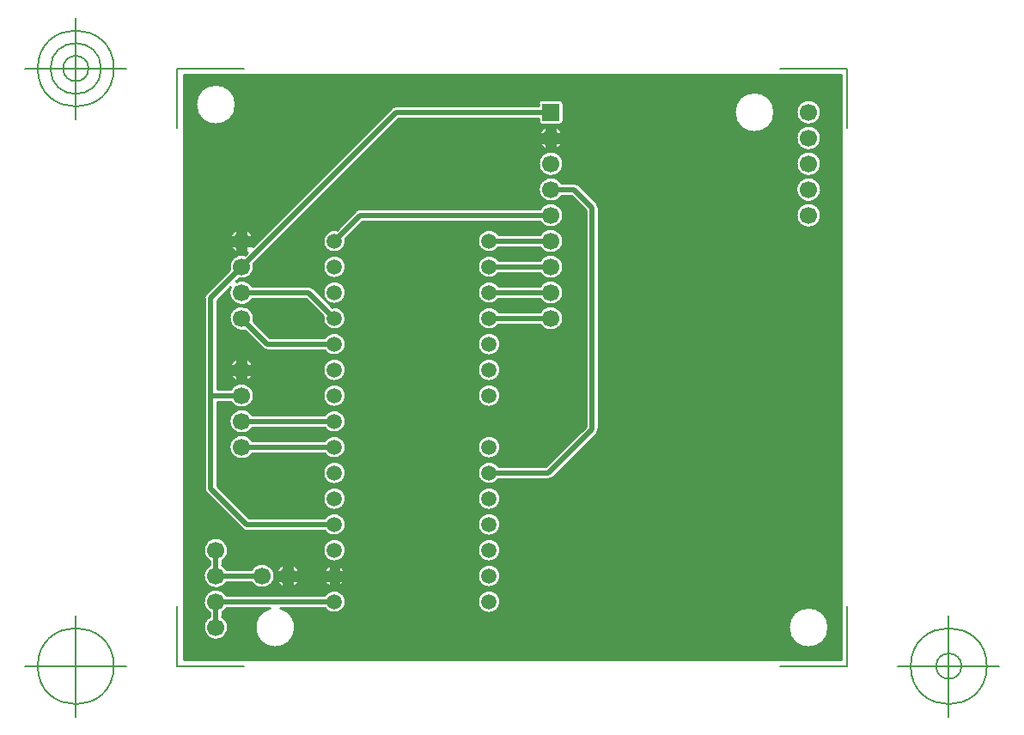
<source format=gbr>
G04 Generated by Ultiboard 14.2 *
%FSLAX34Y34*%
%MOMM*%

%ADD10C,0.0001*%
%ADD11C,0.2540*%
%ADD12C,0.5080*%
%ADD13C,0.1270*%
%ADD14C,1.7000*%
%ADD15C,1.5000*%
%ADD16R,1.7000X1.7000*%


G04 ColorRGB 00FF00 for the following layer *
%LNCopper Top*%
%LPD*%
G54D10*
G36*
X651492Y580372D02*
X651492Y580372D01*
X651492Y3828D01*
X3828Y3828D01*
X3828Y580372D01*
X651492Y580372D01*
D02*
G37*
%LPC*%
G36*
X628356Y476172D02*
G75*
D01*
G03X628356Y476172I-8596J-8812*
G01*
D02*
G37*
G36*
X72916Y394092D02*
X72916Y394092D01*
X216003Y537179D01*
X353432Y537179D01*
X353432Y535060D01*
G75*
D01*
G03X357260Y531232I3828J0*
G01*
X357260Y531232D01*
X374260Y531232D01*
G75*
D01*
G03X378088Y535060I0J3828*
G01*
X378088Y535060D01*
X378088Y552060D01*
G74*
D01*
G03X374260Y555888I3828J0*
G01*
X374260Y555888D01*
X357260Y555888D01*
G75*
D01*
G03X353432Y552060I0J-3828*
G01*
X353432Y552060D01*
X353432Y549941D01*
X213360Y549941D01*
G75*
D01*
G03X208848Y548072I0J-6381*
G01*
X208848Y548072D01*
X208848Y548072D01*
X72101Y411325D01*
G74*
D01*
G03X72470Y412195I11141J5235*
G01*
X72470Y412195D01*
X65325Y412195D01*
X65325Y405050D01*
G74*
D01*
G03X66195Y405419I4365J11510*
G01*
X66195Y405419D01*
X63892Y403116D01*
G75*
D01*
G03X49004Y388228I-2932J-11956*
G01*
X49004Y388228D01*
X25968Y365192D01*
X25968Y365192D01*
G74*
D01*
G03X24099Y360680I4512J4512*
G01*
X24099Y360680D01*
X24099Y172732D01*
G75*
D01*
G03X25968Y168208I6381J-12*
G01*
X25968Y168208D01*
X61528Y132648D01*
G74*
D01*
G03X64011Y131111I4512J4512*
G01*
G75*
D01*
G03X66040Y130779I2029J6049*
G01*
X66040Y130779D01*
X143062Y130779D01*
G75*
D01*
G03X143062Y143541I9338J6381*
G01*
X143062Y143541D01*
X68683Y143541D01*
X36861Y175363D01*
X36861Y257779D01*
X50433Y257779D01*
G75*
D01*
G03X50433Y270541I10527J6381*
G01*
X50433Y270541D01*
X36861Y270541D01*
X36861Y358037D01*
X49819Y370995D01*
G75*
D01*
G03X71487Y359379I11141J-5235*
G01*
X71487Y359379D01*
X124357Y359379D01*
X141285Y342451D01*
G75*
D01*
G03X150309Y351475I11115J-2091*
G01*
X150309Y351475D01*
X131519Y370265D01*
G74*
D01*
G03X127000Y372141I4519J4505*
G01*
X127000Y372141D01*
X71487Y372141D01*
G75*
D01*
G03X55725Y376901I-10527J-6381*
G01*
X55725Y376901D01*
X58028Y379204D01*
G75*
D01*
G03X72916Y394092I2932J11956*
G01*
D02*
G37*
G36*
X412781Y231140D02*
X412781Y231140D01*
X412781Y449580D01*
G74*
D01*
G03X410905Y454099I6381J0*
G01*
X410905Y454099D01*
X393139Y471865D01*
G74*
D01*
G03X389204Y473714I4519J4505*
G01*
G75*
D01*
G03X388616Y473741I-584J-6354*
G01*
X388616Y473741D01*
X376287Y473741D01*
G75*
D01*
G03X376287Y460979I-10527J-6381*
G01*
X376287Y460979D01*
X385977Y460979D01*
X400019Y446937D01*
X400019Y233783D01*
X360577Y194341D01*
X314138Y194341D01*
G75*
D01*
G03X314138Y181579I-9338J-6381*
G01*
X314138Y181579D01*
X363220Y181579D01*
G74*
D01*
G03X367739Y183455I0J6381*
G01*
X367739Y183455D01*
X410905Y226621D01*
G75*
D01*
G03X412781Y231140I-4505J4519*
G01*
D02*
G37*
G36*
X177800Y448341D02*
G75*
D01*
G03X176935Y448282I0J-6381*
G01*
G74*
D01*
G03X173288Y446472I865J6322*
G01*
X173288Y446472D01*
X154491Y427675D01*
G75*
D01*
G03X163515Y418651I-2091J-11115*
G01*
X163515Y418651D01*
X180443Y435579D01*
X355233Y435579D01*
G75*
D01*
G03X355233Y448341I10527J6381*
G01*
X355233Y448341D01*
X177800Y448341D01*
D02*
G37*
G36*
X293790Y236172D02*
G75*
D01*
G03X293790Y236172I11010J2588*
G01*
D02*
G37*
G36*
X71487Y232379D02*
X71487Y232379D01*
X143062Y232379D01*
G75*
D01*
G03X143062Y245141I9338J6381*
G01*
X143062Y245141D01*
X71487Y245141D01*
G75*
D01*
G03X71487Y232379I-10527J-6381*
G01*
D02*
G37*
G36*
X607450Y492760D02*
G75*
D01*
G03X607450Y492760I12310J0*
G01*
D02*
G37*
G36*
X607450Y518160D02*
G75*
D01*
G03X607450Y518160I12310J0*
G01*
D02*
G37*
G36*
X546610Y543560D02*
G75*
D01*
G03X546610Y543560I19810J0*
G01*
D02*
G37*
G36*
X607450Y543560D02*
G75*
D01*
G03X607450Y543560I12310J0*
G01*
D02*
G37*
G36*
X15750Y551180D02*
G75*
D01*
G03X15750Y551180I19810J0*
G01*
D02*
G37*
G36*
X353450Y492760D02*
G75*
D01*
G03X353450Y492760I12310J0*
G01*
D02*
G37*
G36*
X361395Y506650D02*
X361395Y506650D01*
X361395Y513795D01*
X354250Y513795D01*
G74*
D01*
G03X361395Y506650I11510J4365*
G01*
D02*
G37*
G36*
X360760Y518160D02*
G75*
D01*
G03X360760Y518160I5000J0*
G01*
D02*
G37*
G36*
X377270Y513795D02*
X377270Y513795D01*
X370125Y513795D01*
X370125Y506650D01*
G74*
D01*
G03X377270Y513795I4365J11510*
G01*
D02*
G37*
G36*
X354250Y522525D02*
X354250Y522525D01*
X361395Y522525D01*
X361395Y529670D01*
G74*
D01*
G03X354250Y522525I4365J11510*
G01*
D02*
G37*
G36*
X370125Y529670D02*
X370125Y529670D01*
X370125Y522525D01*
X377270Y522525D01*
G74*
D01*
G03X370125Y529670I11510J4365*
G01*
D02*
G37*
G36*
X55960Y416560D02*
G75*
D01*
G03X55960Y416560I5000J0*
G01*
D02*
G37*
G36*
X56595Y405050D02*
X56595Y405050D01*
X56595Y412195D01*
X49450Y412195D01*
G74*
D01*
G03X56595Y405050I11510J4365*
G01*
D02*
G37*
G36*
X49450Y420925D02*
X49450Y420925D01*
X56595Y420925D01*
X56595Y428070D01*
G74*
D01*
G03X49450Y420925I4365J11510*
G01*
D02*
G37*
G36*
X65325Y428070D02*
X65325Y428070D01*
X65325Y420925D01*
X72470Y420925D01*
G74*
D01*
G03X65325Y428070I11510J4365*
G01*
D02*
G37*
G36*
X293490Y264160D02*
G75*
D01*
G03X293490Y264160I11310J0*
G01*
D02*
G37*
G36*
X293490Y289560D02*
G75*
D01*
G03X293490Y289560I11310J0*
G01*
D02*
G37*
G36*
X293490Y314960D02*
G75*
D01*
G03X293490Y314960I11310J0*
G01*
D02*
G37*
G36*
X355233Y346741D02*
X355233Y346741D01*
X314138Y346741D01*
G75*
D01*
G03X314138Y333979I-9338J-6381*
G01*
X314138Y333979D01*
X355233Y333979D01*
G75*
D01*
G03X355233Y346741I10527J6381*
G01*
D02*
G37*
G36*
X355233Y372141D02*
X355233Y372141D01*
X314138Y372141D01*
G75*
D01*
G03X314138Y359379I-9338J-6381*
G01*
X314138Y359379D01*
X355233Y359379D01*
G75*
D01*
G03X355233Y372141I10527J6381*
G01*
D02*
G37*
G36*
X355233Y397541D02*
X355233Y397541D01*
X314138Y397541D01*
G75*
D01*
G03X314138Y384779I-9338J-6381*
G01*
X314138Y384779D01*
X355233Y384779D01*
G75*
D01*
G03X355233Y397541I10527J6381*
G01*
D02*
G37*
G36*
X355233Y422941D02*
X355233Y422941D01*
X314138Y422941D01*
G75*
D01*
G03X314138Y410179I-9338J-6381*
G01*
X314138Y410179D01*
X355233Y410179D01*
G75*
D01*
G03X355233Y422941I10527J6381*
G01*
D02*
G37*
G36*
X599950Y35560D02*
G75*
D01*
G03X599950Y35560I19810J0*
G01*
D02*
G37*
G36*
X607450Y441960D02*
G75*
D01*
G03X607450Y441960I12310J0*
G01*
D02*
G37*
G36*
X141090Y365760D02*
G75*
D01*
G03X141090Y365760I11310J0*
G01*
D02*
G37*
G36*
X141090Y264160D02*
G75*
D01*
G03X141090Y264160I11310J0*
G01*
D02*
G37*
G36*
X56595Y278050D02*
X56595Y278050D01*
X56595Y285195D01*
X49450Y285195D01*
G74*
D01*
G03X56595Y278050I11510J4365*
G01*
D02*
G37*
G36*
X72470Y285195D02*
X72470Y285195D01*
X65325Y285195D01*
X65325Y278050D01*
G74*
D01*
G03X72470Y285195I4365J11510*
G01*
D02*
G37*
G36*
X141090Y289560D02*
G75*
D01*
G03X141090Y289560I11310J0*
G01*
D02*
G37*
G36*
X49450Y293925D02*
X49450Y293925D01*
X56595Y293925D01*
X56595Y301070D01*
G74*
D01*
G03X49450Y293925I4365J11510*
G01*
D02*
G37*
G36*
X55960Y289560D02*
G75*
D01*
G03X55960Y289560I5000J0*
G01*
D02*
G37*
G36*
X65325Y301070D02*
X65325Y301070D01*
X65325Y293925D01*
X72470Y293925D01*
G74*
D01*
G03X65325Y301070I11510J4365*
G01*
D02*
G37*
G36*
X72916Y337428D02*
G75*
D01*
G03X63892Y328404I-11956J2932*
G01*
X63892Y328404D01*
X81848Y310448D01*
G75*
D01*
G03X86368Y308579I4512J4512*
G01*
X86368Y308579D01*
X143062Y308579D01*
G75*
D01*
G03X143062Y321341I9338J6381*
G01*
X143062Y321341D01*
X89003Y321341D01*
X72916Y337428D01*
D02*
G37*
G36*
X141090Y391160D02*
G75*
D01*
G03X141090Y391160I11310J0*
G01*
D02*
G37*
G36*
X41941Y46087D02*
X41941Y46087D01*
X41941Y50433D01*
G74*
D01*
G03X46087Y54579I6381J10527*
G01*
X46087Y54579D01*
X88439Y54579D01*
G75*
D01*
G03X99521Y54579I5541J-19019*
G01*
X99521Y54579D01*
X143062Y54579D01*
G75*
D01*
G03X143062Y67341I9338J6381*
G01*
X143062Y67341D01*
X46087Y67341D01*
G75*
D01*
G03X29179Y50433I-10527J-6381*
G01*
X29179Y50433D01*
X29179Y46087D01*
G75*
D01*
G03X41941Y46087I6381J-10527*
G01*
D02*
G37*
G36*
X29179Y101233D02*
X29179Y101233D01*
X29179Y96887D01*
G75*
D01*
G03X46087Y79979I6381J-10527*
G01*
X46087Y79979D01*
X70753Y79979D01*
G75*
D01*
G03X70753Y92741I10527J6381*
G01*
X70753Y92741D01*
X46087Y92741D01*
G74*
D01*
G03X41941Y96887I10527J6381*
G01*
X41941Y96887D01*
X41941Y101233D01*
G75*
D01*
G03X29179Y101233I-6381J10527*
G01*
D02*
G37*
G36*
X102315Y74850D02*
X102315Y74850D01*
X102315Y81995D01*
X95170Y81995D01*
G74*
D01*
G03X102315Y74850I11510J4365*
G01*
D02*
G37*
G36*
X118190Y81995D02*
X118190Y81995D01*
X111045Y81995D01*
X111045Y74850D01*
G74*
D01*
G03X118190Y81995I4365J11510*
G01*
D02*
G37*
G36*
X162975Y82349D02*
X162975Y82349D01*
X156411Y82349D01*
X156411Y75785D01*
G74*
D01*
G03X162975Y82349I4011J10575*
G01*
D02*
G37*
G36*
X148389Y75785D02*
X148389Y75785D01*
X148389Y82349D01*
X141825Y82349D01*
G74*
D01*
G03X148389Y75785I10575J4011*
G01*
D02*
G37*
G36*
X95170Y90725D02*
X95170Y90725D01*
X102315Y90725D01*
X102315Y97870D01*
G74*
D01*
G03X95170Y90725I4365J11510*
G01*
D02*
G37*
G36*
X111045Y97870D02*
X111045Y97870D01*
X111045Y90725D01*
X118190Y90725D01*
G74*
D01*
G03X111045Y97870I11510J4365*
G01*
D02*
G37*
G36*
X101680Y86360D02*
G75*
D01*
G03X101680Y86360I5000J0*
G01*
D02*
G37*
G36*
X156411Y96935D02*
X156411Y96935D01*
X156411Y90371D01*
X162975Y90371D01*
G74*
D01*
G03X156411Y96935I10575J4011*
G01*
D02*
G37*
G36*
X141825Y90371D02*
X141825Y90371D01*
X148389Y90371D01*
X148389Y96935D01*
G74*
D01*
G03X141825Y90371I4011J10575*
G01*
D02*
G37*
G36*
X147400Y86360D02*
G75*
D01*
G03X147400Y86360I5000J0*
G01*
D02*
G37*
G36*
X141090Y111760D02*
G75*
D01*
G03X141090Y111760I11310J0*
G01*
D02*
G37*
G36*
X141090Y162560D02*
G75*
D01*
G03X141090Y162560I11310J0*
G01*
D02*
G37*
G36*
X141090Y187960D02*
G75*
D01*
G03X141090Y187960I11310J0*
G01*
D02*
G37*
G36*
X143062Y219741D02*
X143062Y219741D01*
X71487Y219741D01*
G75*
D01*
G03X71487Y206979I-10527J-6381*
G01*
X71487Y206979D01*
X143062Y206979D01*
G75*
D01*
G03X143062Y219741I9338J6381*
G01*
D02*
G37*
G36*
X293490Y60960D02*
G75*
D01*
G03X293490Y60960I11310J0*
G01*
D02*
G37*
G36*
X293490Y86360D02*
G75*
D01*
G03X293490Y86360I11310J0*
G01*
D02*
G37*
G36*
X293490Y111760D02*
G75*
D01*
G03X293490Y111760I11310J0*
G01*
D02*
G37*
G36*
X293490Y137160D02*
G75*
D01*
G03X293490Y137160I11310J0*
G01*
D02*
G37*
G36*
X293490Y162560D02*
G75*
D01*
G03X293490Y162560I11310J0*
G01*
D02*
G37*
G36*
X293490Y213360D02*
G75*
D01*
G03X293490Y213360I11310J0*
G01*
D02*
G37*
%LPD*%
G54D11*
X628356Y476172D02*
G75*
D01*
G03X628356Y476172I-8596J-8812*
G01*
X72916Y394092D02*
X216003Y537179D01*
X353432Y537179D01*
X353432Y535060D01*
G75*
D01*
G03X357260Y531232I3828J0*
G01*
X374260Y531232D01*
G75*
D01*
G03X378088Y535060I0J3828*
G01*
X378088Y552060D01*
G74*
D01*
G03X374260Y555888I3828J0*
G01*
X357260Y555888D01*
G75*
D01*
G03X353432Y552060I0J-3828*
G01*
X353432Y549941D01*
X213360Y549941D01*
G75*
D01*
G03X208848Y548072I0J-6381*
G01*
X72101Y411325D01*
G74*
D01*
G03X72470Y412195I11141J5235*
G01*
X65325Y412195D01*
X65325Y405050D01*
G74*
D01*
G03X66195Y405419I4365J11510*
G01*
X63892Y403116D01*
G75*
D01*
G03X49004Y388228I-2932J-11956*
G01*
X25968Y365192D01*
G74*
D01*
G03X24099Y360680I4512J4512*
G01*
X24099Y172732D01*
G75*
D01*
G03X25968Y168208I6381J-12*
G01*
X61528Y132648D01*
G74*
D01*
G03X64011Y131111I4512J4512*
G01*
G75*
D01*
G03X66040Y130779I2029J6049*
G01*
X143062Y130779D01*
G75*
D01*
G03X143062Y143541I9338J6381*
G01*
X68683Y143541D01*
X36861Y175363D01*
X36861Y257779D01*
X50433Y257779D01*
G75*
D01*
G03X50433Y270541I10527J6381*
G01*
X36861Y270541D01*
X36861Y358037D01*
X49819Y370995D01*
G75*
D01*
G03X71487Y359379I11141J-5235*
G01*
X124357Y359379D01*
X141285Y342451D01*
G75*
D01*
G03X150309Y351475I11115J-2091*
G01*
X131519Y370265D01*
G74*
D01*
G03X127000Y372141I4519J4505*
G01*
X71487Y372141D01*
G75*
D01*
G03X55725Y376901I-10527J-6381*
G01*
X58028Y379204D01*
G75*
D01*
G03X72916Y394092I2932J11956*
G01*
X412781Y231140D02*
X412781Y449580D01*
G74*
D01*
G03X410905Y454099I6381J0*
G01*
X393139Y471865D01*
G74*
D01*
G03X389204Y473714I4519J4505*
G01*
G75*
D01*
G03X388616Y473741I-584J-6354*
G01*
X376287Y473741D01*
G75*
D01*
G03X376287Y460979I-10527J-6381*
G01*
X385977Y460979D01*
X400019Y446937D01*
X400019Y233783D01*
X360577Y194341D01*
X314138Y194341D01*
G75*
D01*
G03X314138Y181579I-9338J-6381*
G01*
X363220Y181579D01*
G74*
D01*
G03X367739Y183455I0J6381*
G01*
X410905Y226621D01*
G75*
D01*
G03X412781Y231140I-4505J4519*
G01*
X177800Y448341D02*
G75*
D01*
G03X176935Y448282I0J-6381*
G01*
G74*
D01*
G03X173288Y446472I865J6322*
G01*
X154491Y427675D01*
G75*
D01*
G03X163515Y418651I-2091J-11115*
G01*
X180443Y435579D01*
X355233Y435579D01*
G75*
D01*
G03X355233Y448341I10527J6381*
G01*
X177800Y448341D01*
X293790Y236172D02*
G75*
D01*
G03X293790Y236172I11010J2588*
G01*
X71487Y232379D02*
X143062Y232379D01*
G75*
D01*
G03X143062Y245141I9338J6381*
G01*
X71487Y245141D01*
G75*
D01*
G03X71487Y232379I-10527J-6381*
G01*
X607450Y492760D02*
G75*
D01*
G03X607450Y492760I12310J0*
G01*
X607450Y518160D02*
G75*
D01*
G03X607450Y518160I12310J0*
G01*
X546610Y543560D02*
G75*
D01*
G03X546610Y543560I19810J0*
G01*
X607450Y543560D02*
G75*
D01*
G03X607450Y543560I12310J0*
G01*
X15750Y551180D02*
G75*
D01*
G03X15750Y551180I19810J0*
G01*
X353450Y492760D02*
G75*
D01*
G03X353450Y492760I12310J0*
G01*
X361395Y506650D02*
X361395Y513795D01*
X354250Y513795D01*
G74*
D01*
G03X361395Y506650I11510J4365*
G01*
X360760Y518160D02*
G75*
D01*
G03X360760Y518160I5000J0*
G01*
X377270Y513795D02*
X370125Y513795D01*
X370125Y506650D01*
G74*
D01*
G03X377270Y513795I4365J11510*
G01*
X354250Y522525D02*
X361395Y522525D01*
X361395Y529670D01*
G74*
D01*
G03X354250Y522525I4365J11510*
G01*
X370125Y529670D02*
X370125Y522525D01*
X377270Y522525D01*
G74*
D01*
G03X370125Y529670I11510J4365*
G01*
X55960Y416560D02*
G75*
D01*
G03X55960Y416560I5000J0*
G01*
X56595Y405050D02*
X56595Y412195D01*
X49450Y412195D01*
G74*
D01*
G03X56595Y405050I11510J4365*
G01*
X49450Y420925D02*
X56595Y420925D01*
X56595Y428070D01*
G74*
D01*
G03X49450Y420925I4365J11510*
G01*
X65325Y428070D02*
X65325Y420925D01*
X72470Y420925D01*
G74*
D01*
G03X65325Y428070I11510J4365*
G01*
X293490Y264160D02*
G75*
D01*
G03X293490Y264160I11310J0*
G01*
X293490Y289560D02*
G75*
D01*
G03X293490Y289560I11310J0*
G01*
X293490Y314960D02*
G75*
D01*
G03X293490Y314960I11310J0*
G01*
X355233Y346741D02*
X314138Y346741D01*
G75*
D01*
G03X314138Y333979I-9338J-6381*
G01*
X355233Y333979D01*
G75*
D01*
G03X355233Y346741I10527J6381*
G01*
X355233Y372141D02*
X314138Y372141D01*
G75*
D01*
G03X314138Y359379I-9338J-6381*
G01*
X355233Y359379D01*
G75*
D01*
G03X355233Y372141I10527J6381*
G01*
X355233Y397541D02*
X314138Y397541D01*
G75*
D01*
G03X314138Y384779I-9338J-6381*
G01*
X355233Y384779D01*
G75*
D01*
G03X355233Y397541I10527J6381*
G01*
X355233Y422941D02*
X314138Y422941D01*
G75*
D01*
G03X314138Y410179I-9338J-6381*
G01*
X355233Y410179D01*
G75*
D01*
G03X355233Y422941I10527J6381*
G01*
X599950Y35560D02*
G75*
D01*
G03X599950Y35560I19810J0*
G01*
X607450Y441960D02*
G75*
D01*
G03X607450Y441960I12310J0*
G01*
X141090Y365760D02*
G75*
D01*
G03X141090Y365760I11310J0*
G01*
X141090Y264160D02*
G75*
D01*
G03X141090Y264160I11310J0*
G01*
X56595Y278050D02*
X56595Y285195D01*
X49450Y285195D01*
G74*
D01*
G03X56595Y278050I11510J4365*
G01*
X72470Y285195D02*
X65325Y285195D01*
X65325Y278050D01*
G74*
D01*
G03X72470Y285195I4365J11510*
G01*
X141090Y289560D02*
G75*
D01*
G03X141090Y289560I11310J0*
G01*
X49450Y293925D02*
X56595Y293925D01*
X56595Y301070D01*
G74*
D01*
G03X49450Y293925I4365J11510*
G01*
X55960Y289560D02*
G75*
D01*
G03X55960Y289560I5000J0*
G01*
X65325Y301070D02*
X65325Y293925D01*
X72470Y293925D01*
G74*
D01*
G03X65325Y301070I11510J4365*
G01*
X72916Y337428D02*
G75*
D01*
G03X63892Y328404I-11956J2932*
G01*
X81848Y310448D01*
G75*
D01*
G03X86368Y308579I4512J4512*
G01*
X143062Y308579D01*
G75*
D01*
G03X143062Y321341I9338J6381*
G01*
X89003Y321341D01*
X72916Y337428D01*
X141090Y391160D02*
G75*
D01*
G03X141090Y391160I11310J0*
G01*
X41941Y46087D02*
X41941Y50433D01*
G74*
D01*
G03X46087Y54579I6381J10527*
G01*
X88439Y54579D01*
G75*
D01*
G03X99521Y54579I5541J-19019*
G01*
X143062Y54579D01*
G75*
D01*
G03X143062Y67341I9338J6381*
G01*
X46087Y67341D01*
G75*
D01*
G03X29179Y50433I-10527J-6381*
G01*
X29179Y46087D01*
G75*
D01*
G03X41941Y46087I6381J-10527*
G01*
X29179Y101233D02*
X29179Y96887D01*
G75*
D01*
G03X46087Y79979I6381J-10527*
G01*
X70753Y79979D01*
G75*
D01*
G03X70753Y92741I10527J6381*
G01*
X46087Y92741D01*
G74*
D01*
G03X41941Y96887I10527J6381*
G01*
X41941Y101233D01*
G75*
D01*
G03X29179Y101233I-6381J10527*
G01*
X102315Y74850D02*
X102315Y81995D01*
X95170Y81995D01*
G74*
D01*
G03X102315Y74850I11510J4365*
G01*
X118190Y81995D02*
X111045Y81995D01*
X111045Y74850D01*
G74*
D01*
G03X118190Y81995I4365J11510*
G01*
X162975Y82349D02*
X156411Y82349D01*
X156411Y75785D01*
G74*
D01*
G03X162975Y82349I4011J10575*
G01*
X148389Y75785D02*
X148389Y82349D01*
X141825Y82349D01*
G74*
D01*
G03X148389Y75785I10575J4011*
G01*
X95170Y90725D02*
X102315Y90725D01*
X102315Y97870D01*
G74*
D01*
G03X95170Y90725I4365J11510*
G01*
X111045Y97870D02*
X111045Y90725D01*
X118190Y90725D01*
G74*
D01*
G03X111045Y97870I11510J4365*
G01*
X101680Y86360D02*
G75*
D01*
G03X101680Y86360I5000J0*
G01*
X156411Y96935D02*
X156411Y90371D01*
X162975Y90371D01*
G74*
D01*
G03X156411Y96935I10575J4011*
G01*
X141825Y90371D02*
X148389Y90371D01*
X148389Y96935D01*
G74*
D01*
G03X141825Y90371I4011J10575*
G01*
X147400Y86360D02*
G75*
D01*
G03X147400Y86360I5000J0*
G01*
X141090Y111760D02*
G75*
D01*
G03X141090Y111760I11310J0*
G01*
X141090Y162560D02*
G75*
D01*
G03X141090Y162560I11310J0*
G01*
X141090Y187960D02*
G75*
D01*
G03X141090Y187960I11310J0*
G01*
X143062Y219741D02*
X71487Y219741D01*
G75*
D01*
G03X71487Y206979I-10527J-6381*
G01*
X143062Y206979D01*
G75*
D01*
G03X143062Y219741I9338J6381*
G01*
X293490Y60960D02*
G75*
D01*
G03X293490Y60960I11310J0*
G01*
X293490Y86360D02*
G75*
D01*
G03X293490Y86360I11310J0*
G01*
X293490Y111760D02*
G75*
D01*
G03X293490Y111760I11310J0*
G01*
X293490Y137160D02*
G75*
D01*
G03X293490Y137160I11310J0*
G01*
X293490Y162560D02*
G75*
D01*
G03X293490Y162560I11310J0*
G01*
X293490Y213360D02*
G75*
D01*
G03X293490Y213360I11310J0*
G01*
X651492Y580372D02*
X651492Y3828D01*
X3828Y3828D01*
X3828Y580372D01*
X651492Y580372D01*
G54D12*
X35560Y35560D02*
X35560Y60960D01*
X152400Y60960D01*
X35560Y111760D02*
X35560Y86360D01*
X81280Y86360D01*
X60960Y213360D02*
X152400Y213360D01*
X60960Y238760D02*
X152400Y238760D01*
X60960Y340360D02*
X86360Y314960D01*
X152400Y314960D01*
X60960Y365760D02*
X127000Y365760D01*
X152400Y340360D01*
X152400Y137160D02*
X66040Y137160D01*
X30480Y172720D01*
X30480Y360680D01*
X60960Y264160D02*
X30480Y264160D01*
X213360Y543560D02*
X30480Y360680D01*
X363220Y187960D02*
X406400Y231140D01*
X406400Y449580D01*
X388620Y467360D01*
X365760Y467360D01*
X363220Y187960D02*
X304800Y187960D01*
X365760Y340360D02*
X304800Y340360D01*
X304800Y365760D02*
X365760Y365760D01*
X365760Y391160D02*
X304800Y391160D01*
X304800Y416560D02*
X365760Y416560D01*
X365760Y441960D02*
X177800Y441960D01*
X152400Y416560D01*
X213360Y543560D02*
X365760Y543560D01*
G54D13*
X-2540Y-2540D02*
X-2540Y56388D01*
X-2540Y-2540D02*
X63500Y-2540D01*
X657860Y-2540D02*
X591820Y-2540D01*
X657860Y-2540D02*
X657860Y56388D01*
X657860Y586740D02*
X657860Y527812D01*
X657860Y586740D02*
X591820Y586740D01*
X-2540Y586740D02*
X63500Y586740D01*
X-2540Y586740D02*
X-2540Y527812D01*
X-52540Y-2540D02*
X-152540Y-2540D01*
X-102540Y-52540D02*
X-102540Y47460D01*
X-140040Y-2540D02*
G75*
D01*
G02X-140040Y-2540I37500J0*
G01*
X707860Y-2540D02*
X807860Y-2540D01*
X757860Y-52540D02*
X757860Y47460D01*
X720360Y-2540D02*
G75*
D01*
G02X720360Y-2540I37500J0*
G01*
X745360Y-2540D02*
G75*
D01*
G02X745360Y-2540I12500J0*
G01*
X-52540Y586740D02*
X-152540Y586740D01*
X-102540Y536740D02*
X-102540Y636740D01*
X-140040Y586740D02*
G75*
D01*
G02X-140040Y586740I37500J0*
G01*
X-127540Y586740D02*
G75*
D01*
G02X-127540Y586740I25000J0*
G01*
X-115040Y586740D02*
G75*
D01*
G02X-115040Y586740I12500J0*
G01*
G54D14*
X81280Y86360D03*
X106680Y86360D03*
X35560Y35560D03*
X35560Y60960D03*
X35560Y86360D03*
X35560Y111760D03*
X60960Y213360D03*
X60960Y238760D03*
X60960Y264160D03*
X60960Y289560D03*
X60960Y340360D03*
X60960Y365760D03*
X60960Y391160D03*
X60960Y416560D03*
X365760Y518160D03*
X365760Y492760D03*
X365760Y467360D03*
X365760Y441960D03*
X365760Y416560D03*
X365760Y391160D03*
X365760Y365760D03*
X365760Y340360D03*
X619760Y441960D03*
X619760Y543560D03*
X619760Y518160D03*
X619760Y492760D03*
X619760Y467360D03*
G54D15*
X152400Y416560D03*
X152400Y391160D03*
X152400Y365760D03*
X152400Y340360D03*
X152400Y314960D03*
X152400Y289560D03*
X152400Y264160D03*
X152400Y238760D03*
X152400Y213360D03*
X152400Y187960D03*
X152400Y162560D03*
X152400Y137160D03*
X152400Y111760D03*
X152400Y86360D03*
X152400Y60960D03*
X304800Y416560D03*
X304800Y391160D03*
X304800Y365760D03*
X304800Y340360D03*
X304800Y314960D03*
X304800Y289560D03*
X304800Y264160D03*
X304800Y238760D03*
X304800Y213360D03*
X304800Y187960D03*
X304800Y162560D03*
X304800Y137160D03*
X304800Y111760D03*
X304800Y86360D03*
X304800Y60960D03*
G54D16*
X365760Y543560D03*

M02*

</source>
